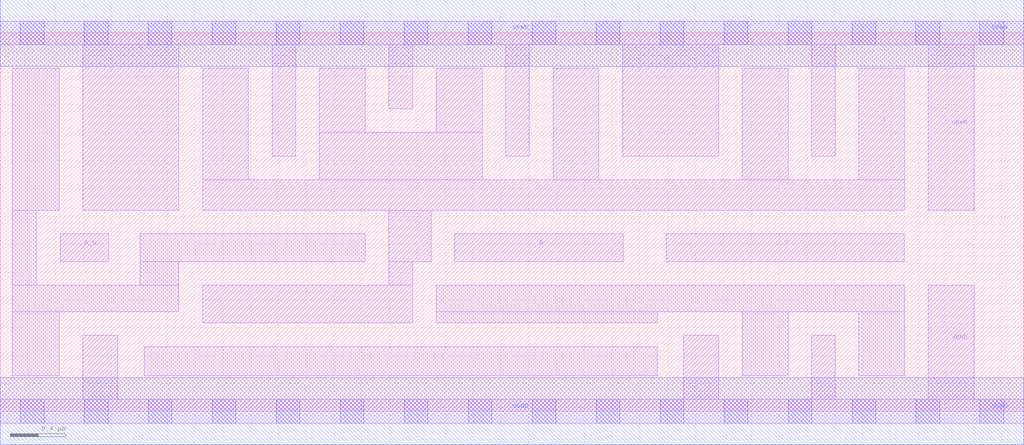
<source format=lef>
# Copyright 2020 The SkyWater PDK Authors
#
# Licensed under the Apache License, Version 2.0 (the "License");
# you may not use this file except in compliance with the License.
# You may obtain a copy of the License at
#
#     https://www.apache.org/licenses/LICENSE-2.0
#
# Unless required by applicable law or agreed to in writing, software
# distributed under the License is distributed on an "AS IS" BASIS,
# WITHOUT WARRANTIES OR CONDITIONS OF ANY KIND, either express or implied.
# See the License for the specific language governing permissions and
# limitations under the License.
#
# SPDX-License-Identifier: Apache-2.0

VERSION 5.7 ;
  NAMESCASESENSITIVE ON ;
  NOWIREEXTENSIONATPIN ON ;
  DIVIDERCHAR "/" ;
  BUSBITCHARS "[]" ;
UNITS
  DATABASE MICRONS 200 ;
END UNITS
MACRO sky130_fd_sc_hd__nand3b_4
  CLASS CORE ;
  SOURCE USER ;
  FOREIGN sky130_fd_sc_hd__nand3b_4 ;
  ORIGIN  0.000000  0.000000 ;
  SIZE  7.360000 BY  2.720000 ;
  SYMMETRY X Y R90 ;
  SITE unithd ;
  PIN A_N
    ANTENNAGATEAREA  0.247500 ;
    DIRECTION INPUT ;
    USE SIGNAL ;
    PORT
      LAYER li1 ;
        RECT 0.430000 1.075000 0.780000 1.275000 ;
    END
  END A_N
  PIN B
    ANTENNAGATEAREA  0.990000 ;
    DIRECTION INPUT ;
    USE SIGNAL ;
    PORT
      LAYER li1 ;
        RECT 3.270000 1.075000 4.480000 1.275000 ;
    END
  END B
  PIN C
    ANTENNAGATEAREA  0.990000 ;
    DIRECTION INPUT ;
    USE SIGNAL ;
    PORT
      LAYER li1 ;
        RECT 4.790000 1.075000 6.500000 1.275000 ;
    END
  END C
  PIN Y
    ANTENNADIFFAREA  1.971000 ;
    DIRECTION OUTPUT ;
    USE SIGNAL ;
    PORT
      LAYER li1 ;
        RECT 1.455000 0.635000 2.965000 0.905000 ;
        RECT 1.455000 1.445000 6.505000 1.665000 ;
        RECT 1.455000 1.665000 1.785000 2.465000 ;
        RECT 2.295000 1.665000 3.465000 2.005000 ;
        RECT 2.295000 2.005000 2.625000 2.465000 ;
        RECT 2.795000 0.905000 2.965000 1.075000 ;
        RECT 2.795000 1.075000 3.100000 1.445000 ;
        RECT 3.135000 2.005000 3.465000 2.465000 ;
        RECT 3.975000 1.665000 4.305000 2.465000 ;
        RECT 5.335000 1.665000 5.665000 2.465000 ;
        RECT 6.175000 1.665000 6.505000 2.465000 ;
    END
  END Y
  PIN VGND
    DIRECTION INOUT ;
    SHAPE ABUTMENT ;
    USE GROUND ;
    PORT
      LAYER li1 ;
        RECT 0.000000 -0.085000 7.360000 0.085000 ;
        RECT 0.595000  0.085000 0.845000 0.545000 ;
        RECT 4.915000  0.085000 5.165000 0.545000 ;
        RECT 5.835000  0.085000 6.005000 0.545000 ;
        RECT 6.675000  0.085000 7.005000 0.905000 ;
      LAYER mcon ;
        RECT 0.145000 -0.085000 0.315000 0.085000 ;
        RECT 0.605000 -0.085000 0.775000 0.085000 ;
        RECT 1.065000 -0.085000 1.235000 0.085000 ;
        RECT 1.525000 -0.085000 1.695000 0.085000 ;
        RECT 1.985000 -0.085000 2.155000 0.085000 ;
        RECT 2.445000 -0.085000 2.615000 0.085000 ;
        RECT 2.905000 -0.085000 3.075000 0.085000 ;
        RECT 3.365000 -0.085000 3.535000 0.085000 ;
        RECT 3.825000 -0.085000 3.995000 0.085000 ;
        RECT 4.285000 -0.085000 4.455000 0.085000 ;
        RECT 4.745000 -0.085000 4.915000 0.085000 ;
        RECT 5.205000 -0.085000 5.375000 0.085000 ;
        RECT 5.665000 -0.085000 5.835000 0.085000 ;
        RECT 6.125000 -0.085000 6.295000 0.085000 ;
        RECT 6.585000 -0.085000 6.755000 0.085000 ;
        RECT 7.045000 -0.085000 7.215000 0.085000 ;
      LAYER met1 ;
        RECT 0.000000 -0.240000 7.360000 0.240000 ;
    END
  END VGND
  PIN VPWR
    DIRECTION INOUT ;
    SHAPE ABUTMENT ;
    USE POWER ;
    PORT
      LAYER li1 ;
        RECT 0.000000 2.635000 7.360000 2.805000 ;
        RECT 0.595000 1.445000 1.285000 2.635000 ;
        RECT 1.955000 1.835000 2.125000 2.635000 ;
        RECT 2.795000 2.175000 2.965000 2.635000 ;
        RECT 3.635000 1.835000 3.805000 2.635000 ;
        RECT 4.475000 1.835000 5.165000 2.635000 ;
        RECT 5.835000 1.835000 6.005000 2.635000 ;
        RECT 6.675000 1.445000 7.005000 2.635000 ;
      LAYER mcon ;
        RECT 0.145000 2.635000 0.315000 2.805000 ;
        RECT 0.605000 2.635000 0.775000 2.805000 ;
        RECT 1.065000 2.635000 1.235000 2.805000 ;
        RECT 1.525000 2.635000 1.695000 2.805000 ;
        RECT 1.985000 2.635000 2.155000 2.805000 ;
        RECT 2.445000 2.635000 2.615000 2.805000 ;
        RECT 2.905000 2.635000 3.075000 2.805000 ;
        RECT 3.365000 2.635000 3.535000 2.805000 ;
        RECT 3.825000 2.635000 3.995000 2.805000 ;
        RECT 4.285000 2.635000 4.455000 2.805000 ;
        RECT 4.745000 2.635000 4.915000 2.805000 ;
        RECT 5.205000 2.635000 5.375000 2.805000 ;
        RECT 5.665000 2.635000 5.835000 2.805000 ;
        RECT 6.125000 2.635000 6.295000 2.805000 ;
        RECT 6.585000 2.635000 6.755000 2.805000 ;
        RECT 7.045000 2.635000 7.215000 2.805000 ;
      LAYER met1 ;
        RECT 0.000000 2.480000 7.360000 2.960000 ;
    END
  END VPWR
  OBS
    LAYER li1 ;
      RECT 0.085000 0.255000 0.425000 0.715000 ;
      RECT 0.085000 0.715000 1.285000 0.905000 ;
      RECT 0.085000 0.905000 0.260000 1.445000 ;
      RECT 0.085000 1.445000 0.425000 2.465000 ;
      RECT 1.005000 0.905000 1.285000 1.075000 ;
      RECT 1.005000 1.075000 2.625000 1.275000 ;
      RECT 1.035000 0.255000 4.725000 0.465000 ;
      RECT 3.135000 0.635000 4.725000 0.715000 ;
      RECT 3.135000 0.715000 6.505000 0.905000 ;
      RECT 5.335000 0.255000 5.665000 0.715000 ;
      RECT 6.175000 0.255000 6.505000 0.715000 ;
  END
END sky130_fd_sc_hd__nand3b_4

</source>
